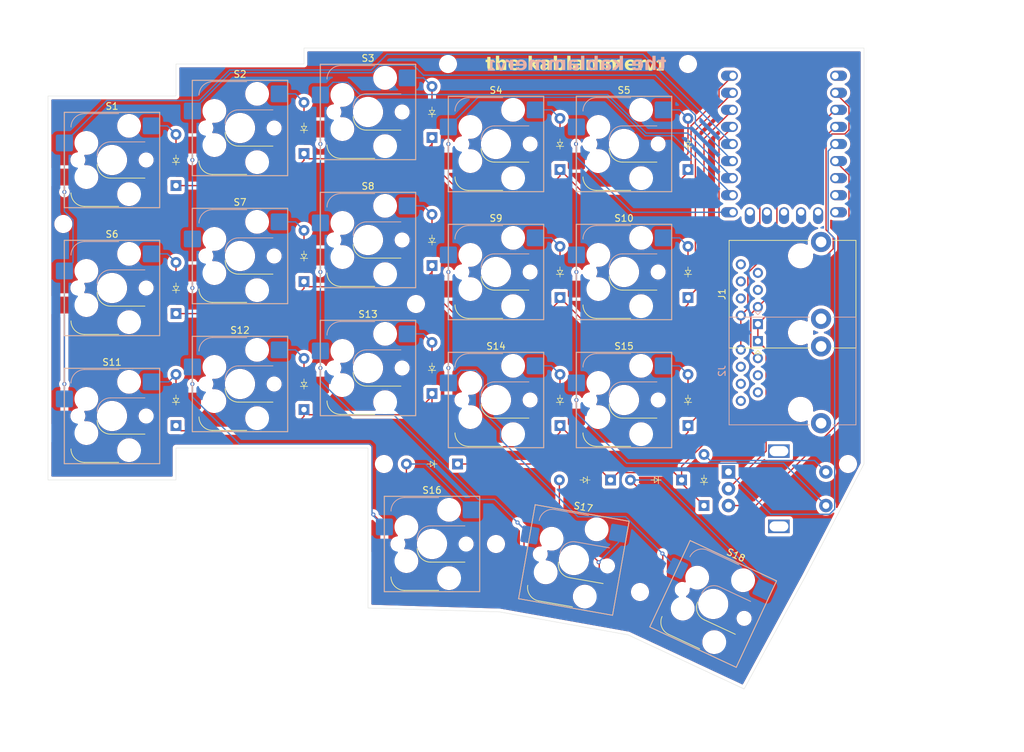
<source format=kicad_pcb>
(kicad_pcb (version 20241229) (generator "pcbnew") (generator_version "9.0")
  (layers (0 "F.Cu" signal) (2 "B.Cu" signal) (13 "F.Paste" user) (15 "B.Paste" user) (5 "F.SilkS" user "F.Silkscreen") (7 "B.SilkS" user "B.Silkscreen") (1 "F.Mask" user) (3 "B.Mask" user) (25 "Edge.Cuts" user))
  (net 0 "")
  (net 1 "Net-(D1-A)")
  (net 2 "Row 0")
  (net 3 "Net-(D2-A)")
  (net 4 "Net-(D3-A)")
  (net 5 "Net-(D4-A)")
  (net 6 "Net-(D5-A)")
  (net 7 "Net-(D6-A)")
  (net 8 "Row 1")
  (net 9 "Net-(D7-A)")
  (net 10 "Net-(D8-A)")
  (net 11 "Net-(D9-A)")
  (net 12 "Net-(D10-A)")
  (net 13 "Net-(D11-A)")
  (net 14 "Row 2")
  (net 15 "Net-(D12-A)")
  (net 16 "Net-(D13-A)")
  (net 17 "Net-(D14-A)")
  (net 18 "Net-(D15-A)")
  (net 19 "Net-(D16-A)")
  (net 20 "Row 3")
  (net 21 "Net-(D17-A)")
  (net 22 "Net-(D18-A)")
  (net 23 "Net-(D19-A)")
  (net 24 "Column 0")
  (net 25 "Column 1")
  (net 26 "Column 2")
  (net 27 "Column 3")
  (net 28 "Column 4")
  (net 29 "RotaryA")
  (net 30 "RotaryB")
  (net 31 "Ground")
  (net 32 "serial")
  (net 36 "3V3")
  (footprint "ScottoKeebs_Components:Diode_DO-35" (layer "F.Cu") (at 119.0625 41.91 90)
    (property "Reference" "D5" (hide yes))
    (property "Value" "Diode" (hide yes))
  )
  (footprint "ScottoKeebs_Scotto:Standoff_M2x8mm" (layer "F.Cu") (at 83.34375 26.19375)
    (property "Reference" "REF**" (hide yes))
    (property "Value" "Standoff_M2x8mm" (hide yes))
  )
  (footprint "ScottoKeebs_Hotswap:Hotswap_MX_1.00u_reversible" (layer "F.Cu") (at 71.4375 52.3875)
    (property "Reference" "S8")
    (property "Value" "Keyswitch")
  )
  (footprint "ScottoKeebs_Hotswap:Hotswap_MX_1.00u_reversible" (layer "F.Cu") (at 52.3875 54.76875)
    (property "Reference" "S7")
    (property "Value" "Keyswitch")
  )
  (footprint "ScottoKeebs_Hotswap:Hotswap_MX_1.00u_reversible" (layer "F.Cu") (at 109.5375 38.1)
    (property "Reference" "S5")
    (property "Value" "Keyswitch")
  )
  (footprint "ScottoKeebs_Components:Diode_DO-35" (layer "F.Cu") (at 80.9625 75.2475 90)
    (property "Reference" "D13" (hide yes))
    (property "Value" "Diode" (hide yes))
  )
  (footprint "ScottoKeebs_Scotto:Standoff_M2x8mm" (layer "F.Cu") (at 26.0875 50.00625)
    (property "Reference" "REF**" (hide yes))
    (property "Value" "Standoff_M2x8mm" (hide yes))
  )
  (footprint "ScottoKeebs_Components:Diode_DO-35" (layer "F.Cu") (at 118.11 88.10625 180)
    (property "Reference" "D18" (hide yes))
    (property "Value" "Diode" (hide yes))
  )
  (footprint "ScottoKeebs_Hotswap:Hotswap_MX_1.00u_reversible" (layer "F.Cu") (at 52.3875 35.71875)
    (property "Reference" "S2")
    (property "Value" "Keyswitch")
  )
  (footprint "ScottoKeebs_Components:Diode_DO-35" (layer "F.Cu") (at 100.0125 41.91 90)
    (property "Reference" "D4" (hide yes))
    (property "Value" "Diode" (hide yes))
  )
  (footprint "ScottoKeebs_Hotswap:Hotswap_MX_1.00u_reversible" (layer "F.Cu") (at 90.4875 38.1)
    (property "Reference" "S4")
    (property "Value" "Keyswitch")
  )
  (footprint "ScottoKeebs_Hotswap:Hotswap_MX_1.00u_reversible" (layer "F.Cu") (at 71.4375 33.3375)
    (property "Reference" "S3")
    (property "Value" "Keyswitch")
  )
  (footprint "ScottoKeebs_Scotto:Standoff_M2x8mm" (layer "F.Cu") (at 78.58125 61.9125)
    (property "Reference" "REF**" (hide yes))
    (property "Value" "Standoff_M2x8mm" (hide yes))
  )
  (footprint "ScottoKeebs_Hotswap:Hotswap_MX_1.00u_reversible" (layer "F.Cu") (at 90.4875 76.2)
    (property "Reference" "S14")
    (property "Value" "Keyswitch")
  )
  (footprint "ScottoKeebs_Hotswap:Hotswap_MX_1.00u_reversible" (layer "F.Cu") (at 33.3375 78.58125)
    (property "Reference" "S11")
    (property "Value" "Keyswitch")
  )
  (footprint "ScottoKeebs_Scotto:Standoff_M2x8mm" (layer "F.Cu") (at 142.875 85.725)
    (property "Reference" "REF**" (hide yes))
    (property "Value" "Standoff_M2x8mm" (hide yes))
  )
  (footprint "ScottoKeebs_Scotto:Standoff_M2x8mm" (layer "F.Cu") (at 111.91875 104.775)
    (property "Reference" "REF**" (hide yes))
    (property "Value" "Standoff_M2x8mm" (hide yes))
  )
  (footprint "ScottoKeebs_Components:Diode_DO-35" (layer "F.Cu") (at 80.9625 37.1475 90)
    (property "Reference" "D3" (hide yes))
    (property "Value" "Diode" (hide yes))
  )
  (footprint "ScottoKeebs_Scotto:Standoff_M2x8mm" (layer "F.Cu") (at 73.81875 85.725)
    (property "Reference" "REF**" (hide yes))
    (property "Value" "Standoff_M2x8mm" (hide yes))
  )
  (footprint "ScottoKeebs_Hotswap:Hotswap_MX_1.00u_reversible" (layer "F.Cu") (at 109.5375 57.15)
    (property "Reference" "S10")
    (property "Value" "Keyswitch")
  )
  (footprint "ScottoKeebs_Scotto:Standoff_M2x8mm" (layer "F.Cu") (at 90.4875 97.63125)
    (property "Reference" "REF**" (hide yes))
    (property "Value" "Standoff_M2x8mm" (hide yes))
  )
  (footprint "ScottoKeebs_Components:Diode_DO-35" (layer "F.Cu") (at 61.9125 77.62875 90)
    (property "Reference" "D12" (hide yes))
    (property "Value" "Diode" (hide yes))
  )
  (footprint "ScottoKeebs_Hotswap:Hotswap_MX_1.00u_reversible" (layer "F.Cu") (at 33.3375 59.53125)
    (property "Reference" "S6")
    (property "Value" "Keyswitch")
  )
  (footprint "ScottoKeebs_Components:Diode_DO-35" (layer "F.Cu") (at 42.8625 44.29125 90)
    (property "Reference" "D1" (hide yes))
    (property "Value" "Diode" (hide yes))
  )
  (footprint "ScottoKeebs_Components:Diode_DO-35" (layer "F.Cu") (at 119.0625 80.01 90)
    (property "Reference" "D15" (hide yes))
    (property "Value" "Diode" (hide yes))
  )
  (footprint "ScottoKeebs_Components:Diode_DO-35" (layer "F.Cu") (at 119.0625 60.96 90)
    (property "Reference" "D10" (hide yes))
    (property "Value" "Diode" (hide yes))
  )
  (footprint "ScottoKeebs_Hotswap:Hotswap_MX_1.00u_reversible" (layer "F.Cu") (at 109.5375 76.2)
    (property "Reference" "S15")
    (property "Value" "Keyswitch")
  )
  (footprint "ScottoKeebs_Scotto:Standoff_M2x8mm" (layer "F.Cu") (at 119.0625 26.19375)
    (property "Reference" "REF**" (hide yes))
    (property "Value" "Standoff_M2x8mm" (hide yes))
  )
  (footprint "ScottoKeebs_Components:Diode_DO-35" (layer "F.Cu") (at 42.8625 80.01 90)
    (property "Reference" "D11" (hide yes))
    (property "Value" "Diode" (hide yes))
  )
  (footprint "ScottoKeebs_Components:Diode_DO-35" (layer "F.Cu") (at 80.9625 56.1975 90)
    (property "Reference" "D8" (hide yes))
    (property "Value" "Diode" (hide yes))
  )
  (footprint "ScottoKeebs_Components:Diode_DO-35" (layer "F.Cu") (at 100.0125 80.01 90)
    (property "Reference" "D14" (hide yes))
    (property "Value" "Diode" (hide yes))
  )
  (footprint "ScottoKeebs_Components:Diode_DO-35" (layer "F.Cu") (at 100.0125 60.96 90)
    (property "Reference" "D9" (hide yes))
    (property "Value" "Diode" (hide yes))
  )
  (footprint "ScottoKeebs_Scotto:Encoder_EC11_MX" (layer "F.Cu") (at 132.588 89.408)
    (property "Reference" "SW1" (hide yes))
    (property "Value" "RotaryEncoder_Switch" (hide yes))
  )
  (footprint "ScottoKeebs_Hotswap:Hotswap_MX_1.00u_reversible" (layer "F.Cu") (at 52.3875 73.81875)
    (property "Reference" "S12")
    (property "Value" "Keyswitch")
  )
  (footprint "ScottoKeebs_Components:Diode_DO-35" (layer "F.Cu") (at 121.44375 91.91625 90)
    (property "Reference" "D19" (hide yes))
    (property "Value" "Diode" (hide yes))
  )
  (footprint "ScottoKeebs_Components:Diode_DO-35" (layer "F.Cu") (at 107.540249 88.10625 180)
    (property "Reference" "D17" (hide yes))
    (property "Value" "Diode" (hide yes))
  )
  (footprint "ScottoKeebs_Components:Diode_DO-35" (layer "F.Cu") (at 42.8625 63.34125 90)
    (property "Reference" "D6" (hide yes))
    (property "Value" "Diode" (hide yes))
  )
  (footprint "ScottoKeebs_Components:Diode_DO-35" (layer "F.Cu") (at 61.9125 58.57875 90)
    (property "Reference" "D7" (hide yes))
    (property "Value" "Diode" (hide yes))
  )
  (footprint "ScottoKeebs_Hotswap:Hotswap_MX_1.00u_reversible" (layer "F.Cu") (at 102.07625 100.0125 -10)
    (property "Reference" "S17")
    (property "Value" "Keyswitch")
  )
  (footprint "ScottoKeebs_Hotswap:Hotswap_MX_1.00u_reversible" (layer "F.Cu") (at 80.9625 97.63125)
    (property "Reference" "S16")
    (property "Value" "Keyswitch")
  )
  (footprint "ScottoKeebs_Hotswap:Hotswap_MX_1.00u_reversible" (layer "F.Cu") (at 122.809 106.553 -25)
    (property "Reference" "S18")
    (property "Value" "Keyswitch")
  )
  (footprint "ScottoKeebs_Components:Diode_DO-35" (layer "F.Cu") (at 61.9125 39.52875 90)
    (property "Reference" "D2" (hide yes))
    (property "Value" "Diode" (hide yes))
  )
  (footprint "ScottoKeebs_Hotswap:Hotswap_MX_1.00u_reversible" (layer "F.Cu") (at 33.3375 40.48125)
    (property "Reference" "S1")
    (property "Value" "Keyswitch")
  )
  (footprint "Connector_RJ:RJ45_Ninigi_GE" (layer "F.Cu") (at 129.465 64.897 90)
    (property "Reference" "J1")
    (property "Value" "RJ45_Shielded_left")
  )
  (footprint "ScottoKeebs_Hotswap:Hotswap_MX_1.00u_reversible" (layer "F.Cu") (at 90.4875 57.15)
    (property "Reference" "S9")
    (property "Value" "Keyswitch")
  )
  (footprint "ScottoKeebs_Components:Diode_DO-35" (layer "F.Cu") (at 84.7725 85.725 180)
    (property "Reference" "D16" (hide yes))
    (property "Value" "Diode" (hide yes))
  )
  (footprint "ScottoKeebs_Hotswap:Hotswap_MX_1.00u_reversible" (layer "F.Cu") (at 71.4375 71.4375)
    (property "Reference" "S13")
    (property "Value" "Keyswitch")
  )
  (footprint "ScottoKeebs_MCU:RP2040_Zero" (layer "B.Cu") (at 133.35 38.1 180)
    (property "Reference" "U2" (hide yes))
    (property "Value" "RP2040_Zero" (hide yes))
  )
  (footprint "Connector_RJ:RJ45_Ninigi_GE" (layer "B.Cu") (at 129.465 67.437 -90)
    (property "Reference" "J2")
    (property "Value" "RJ45_Shielded_right")
  )
  (gr_poly (pts (xy 23.8125 88.10625) (xy 42.8625 88.10625) (xy 42.8625 83.34375) (xy 71.4375 83.34375) (xy 71.4375 107.15625) (xy 91.041957 107.738795) (xy 110.150979 111.160143) (xy 127.416143 119.211021) (xy 136.483021 102.549107) (xy 145.25625 85.725) (xy 145.25625 23.8125) (xy 61.9125 23.8125) (xy 61.9125 26.19375) (xy 42.8625 26.19375) (xy 42.8625 30.95625) (xy 23.8125 30.95625)) (stroke (width 0.05)) (fill no) (layer "Edge.Cuts"))
  (gr_text "the kablammer" (at 88.9 27.432 0) (layer "F.SilkS") (effects (font (size 2 2) (thickness 0.3) (bold yes)) (justify left bottom)))
  (gr_text "v1" (at 112.776 27.432 0) (layer "F.SilkS") (effects (font (size 1.5 1.5) (thickness 0.3) (bold yes)) (justify left bottom)))
  (gr_text "v1" (at 91.948 27.432 -0) (layer "B.SilkS") (effects (font (size 1.5 1.5) (thickness 0.3) (bold yes)) (justify left bottom mirror)))
  (gr_text "the kablammer" (at 115.824 27.432 -0) (layer "B.SilkS") (effects (font (size 2 2) (thickness 0.3) (bold yes)) (justify left bottom mirror)))
  (segment (start 42.8625 41.87825) (end 42.8625 36.67125) (width 0.2) (layer "F.Cu") (net 1))
  (segment (start 39.1795 45.56125) (end 42.8625 41.87825) (width 0.2) (layer "F.Cu") (net 1))
  (segment (start 41.5925 35.40125) (end 42.8625 36.67125) (width 0.2) (layer "B.Cu") (net 1))
  (segment (start 39.1795 35.40125) (end 41.5925 35.40125) (width 0.2) (layer "B.Cu") (net 1))
  (segment (start 119.51855 41.45395) (end 119.51855 35.391) (width 0.2) (layer "F.Cu") (net 2))
  (segment (start 123.679 29.991) (end 125.73 27.94) (width 0.2) (layer "F.Cu") (net 2))
  (segment (start 85.00734 45.056) (end 97.819 45.056) (width 0.2) (layer "F.Cu") (net 2))
  (segment (start 100.0125 41.91) (end 103.1585 45.056) (width 0.2) (layer "F.Cu") (net 2))
  (segment (start 78.769 40.2935) (end 80.9625 38.1) (width 0.2) (layer "F.Cu") (net 2))
  (segment (start 97.819 45.056) (end 100.0125 42.8625) (width 0.2) (layer "F.Cu") (net 2))
  (segment (start 58.15 44.29125) (end 61.9125 40.52875) (width 0.2) (layer "F.Cu") (net 2))
  (segment (start 61.9125 40.52875) (end 61.9125 39.52875) (width 0.2) (layer "F.Cu") (net 2))
  (segment (start 119.51855 35.391) (end 123.679 31.23055) (width 0.2) (layer "F.Cu") (net 2))
  (segment (start 62.67725 40.2935) (end 78.769 40.2935) (width 0.2) (layer "F.Cu") (net 2))
  (segment (start 80.9625 38.1) (end 80.9625 37.1475) (width 0.2) (layer "F.Cu") (net 2))
  (segment (start 116.31466 45.056) (end 119.0625 42.30816) (width 0.2) (layer "F.Cu") (net 2))
  (segment (start 61.9125 39.52875) (end 62.67725 40.2935) (width 0.2) (layer "F.Cu") (net 2))
  (segment (start 100.0125 42.8625) (end 100.0125 41.91) (width 0.2) (layer "F.Cu") (net 2))
  (segment (start 119.0625 42.30816) (end 119.0625 41.91) (width 0.2) (layer "F.Cu") (net 2))
  (segment (start 119.0625 41.91) (end 119.51855 41.45395) (width 0.2) (layer "F.Cu") (net 2))
  (segment (start 80.9625 41.01116) (end 85.00734 45.056) (width 0.2) (layer "F.Cu") (net 2))
  (segment (start 103.1585 45.056) (end 116.31466 45.056) (width 0.2) (layer "F.Cu") (net 2))
  (segment (start 42.8625 44.29125) (end 58.15 44.29125) (width 0.2) (layer "F.Cu") (net 2))
  (segment (start 80.9625 37.1475) (end 80.9625 41.01116) (width 0.2) (layer "F.Cu") (net 2))
  (segment (start 123.679 31.23055) (end 123.679 29.991) (width 0.2) (layer "F.Cu") (net 2))
  (segment (start 58.2295 40.79875) (end 61.9125 37.11575) (width 0.2) (layer "F.Cu") (net 3))
  (segment (start 61.9125 37.11575) (end 61.9125 31.90875) (width 0.2) (layer "F.Cu") (net 3))
  (segment (start 60.6425 30.63875) (end 61.9125 31.90875) (width 0.2) (layer "B.Cu") (net 3))
  (segment (start 58.2295 30.63875) (end 60.6425 30.63875) (width 0.2) (layer "B.Cu") (net 3))
  (segment (start 77.2795 38.4175) (end 80.9625 34.7345) (width 0.2) (layer "F.Cu") (net 4))
  (segment (start 80.9625 34.7345) (end 80.9625 29.5275) (width 0.2) (layer "F.Cu") (net 4))
  (segment (start 79.6925 28.2575) (end 80.9625 29.5275) (width 0.2) (layer "B.Cu") (net 4))
  (segment (start 77.2795 28.2575) (end 79.6925 28.2575) (width 0.2) (layer "B.Cu") (net 4))
  (segment (start 100.0125 39.497) (end 100.0125 34.29) (width 0.2) (layer "F.Cu") (net 5))
  (segment (start 96.3295 43.18) (end 100.0125 39.497) (width 0.2) (layer "F.Cu") (net 5))
  (segment (start 96.3295 33.02) (end 98.7425 33.02) (width 0.2) (layer "B.Cu") (net 5))
  (segment (start 98.7425 33.02) (end 100.0125 34.29) (width 0.2) (layer "B.Cu") (net 5))
  (segment (start 115.3795 43.18) (end 119.0625 39.497) (width 0.2) (layer "F.Cu") (net 6))
  (segment (start 119.0625 39.497) (end 119.0625 34.29) (width 0.2) (layer "F.Cu") (net 6))
  (segment (start 115.3795 33.02) (end 117.7925 33.02) (width 0.2) (layer "B.Cu") (net 6))
  (segment (start 117.7925 33.02) (end 119.0625 34.29) (width 0.2) (layer "B.Cu") (net 6))
  (segment (start 42.8625 60.92825) (end 42.8625 55.72125) (width 0.2) (layer "F.Cu") (net 7))
  (segment (start 39.1795 64.61125) (end 42.8625 60.92825) (width 0.2) (layer "F.Cu") (net 7))
  (segment (start 39.1795 54.45125) (end 41.5925 54.45125) (width 0.2) (layer "B.Cu") (net 7))
  (segment (start 41.5925 54.45125) (end 42.8625 55.72125) (width 0.2) (layer "B.Cu") (net 7))
  (segment (start 80.9625 56.1975) (end 80.9625 60.06116) (width 0.2) (layer "F.Cu") (net 8))
  (segment (start 119.0625 60.96) (end 119.0625 61.96) (width 0.2) (layer "F.Cu") (net 8))
  (segment (start 97.26466 64.106) (end 100.0125 61.35816) (width 0.2) (layer "F.Cu") (net 8))
  (segment (start 58.15 63.34125) (end 61.9125 59.57875) (width 0.2) (layer "F.Cu") (net 8))
  (segment (start 116.72875 64.29375) (end 103.34625 64.29375) (width 0.2) (layer "F.Cu") (net 8))
  (segment (start 120.1635 36.0465) (end 125.73 30.48) (width 0.2) (layer "F.Cu") (net 8))
  (segment (start 80.9625 60.06116) (end 85.00734 64.106) (width 0.2) (layer "F.Cu") (net 8))
  (segment (start 119.0625 60.96) (end 120.1635 59.859) (width 0.2) (layer "F.Cu") (net 8))
  (segment (start 100.0125 61.35816) (end 100.0125 60.96) (width 0.2) (layer "F.Cu") (net 8))
  (segment (start 61.9125 58.57875) (end 62.67725 59.3435) (width 0.2) (layer "F.Cu") (net 8))
  (segment (start 119.0625 61.96) (end 116.72875 64.29375) (width 0.2) (layer "F.Cu") (net 8))
  (segment (start 80.9625 57.15) (end 80.9625 56.1975) (width 0.2) (layer "F.Cu") (net 8))
  (segment (start 78.769 59.3435) (end 80.9625 57.15) (width 0.2) (layer "F.Cu") (net 8))
  (segment (start 103.34625 64.29375) (end 100.0125 60.96) (width 0.2) (layer "F.Cu") (net 8))
  (segment (start 120.1635 59.859) (end 120.1635 36.0465) (width 0.2) (layer "F.Cu") (net 8))
  (segment (start 61.9125 59.57875) (end 61.9125 58.57875) (width 0.2) (layer "F.Cu") (net 8))
  (segment (start 85.00734 64.106) (end 97.26466 64.106) (width 0.2) (layer "F.Cu") (net 8))
  (segment (start 62.67725 59.3435) (end 78.769 59.3435) (width 0.2) (layer "F.Cu") (net 8))
  (segment (start 42.8625 63.34125) (end 58.15 63.34125) (width 0.2) (layer "F.Cu") (net 8))
  (segment (start 61.9125 56.16575) (end 61.9125 50.95875) (width 0.2) (layer "F.Cu") (net 9))
  (segment (start 58.2295 59.84875) (end 61.9125 56.16575) (width 0.2) (layer "F.Cu") (net 9))
  (segment (start 58.2295 49.68875) (end 60.6425 49.68875) (width 0.2) (layer "B.Cu") (net 9))
  (segment (start 60.6425 49.68875) (end 61.9125 50.95875) (width 0.2) (layer "B.Cu") (net 9))
  (segment (start 80.9625 53.7845) (end 80.9625 48.5775) (width 0.2) (layer "F.Cu") (net 10))
  (segment (start 77.2795 57.4675) (end 80.9625 53.7845) (width 0.2) (layer "F.Cu") (net 10))
  (segment (start 79.6925 47.3075) (end 80.9625 48.5775) (width 0.2) (layer "B.Cu") (net 10))
  (segment (start 77.2795 47.3075) (end 79.6925 47.3075) (width 0.2) (layer "B.Cu") (net 10))
  (segment (start 100.0125 58.547) (end 100.0125 53.34) (width 0.2) (layer "F.Cu") (net 11))
  (segment (start 96.3295 62.23) (end 100.0125 58.547) (width 0.2) (layer "F.Cu") (net 11))
  (segment (start 98.7425 52.07) (end 100.0125 53.34) (width 0.2) (layer "B.Cu") (net 11))
  (segment (start 96.3295 52.07) (end 98.7425 52.07) (width 0.2) (layer "B.Cu") (net 11))
  (segment (start 115.3795 62.23) (end 119.0625 58.547) (width 0.2) (layer "F.Cu") (net 12))
  (segment (start 119.0625 58.547) (end 119.0625 53.34) (width 0.2) (layer "F.Cu") (net 12))
  (segment (start 115.3795 52.07) (end 117.7925 52.07) (width 0.2) (layer "B.Cu") (net 12))
  (segment (start 117.7925 52.07) (end 119.0625 53.34) (width 0.2) (layer "B.Cu") (net 12))
  (segment (start 42.8625 75.870076) (end 42.8625 72.39) (width 0.2) (layer "F.Cu") (net 13))
  (segment (start 39.1795 79.553076) (end 42.8625 75.870076) (width 0.2) (layer "F.Cu") (net 13))
  (segment (start 39.1795 83.66125) (end 39.1795 79.553076) (width 0.2) (layer "F.Cu") (net 13))
  (segment (start 41.75125 73.50125) (end 42.8625 72.39) (width 0.2) (layer "B.Cu") (net 13))
  (segment (start 39.1795 73.50125) (end 41.75125 73.50125) (width 0.2) (layer "B.Cu") (net 13))
  (segment (start 62.67725 78.3935) (end 78.21466 78.3935) (width 0.2) (layer "F.Cu") (net 14))
  (segment (start 42.8625 80.01) (end 43.62725 80.77475) (width 0.2) (layer "F.Cu") (net 14))
  (segment (start 43.62725 80.77475) (end 59.7665 80.77475) (width 0.2) (layer "F.Cu") (net 14))
  (segment (start 61.9125 78.62875) (end 61.9125 77.62875) (width 0.2) (layer "F.Cu") (net 14))
  (segment (start 97.8665 83.156) (end 100.0125 81.01) (width 0.2) (layer "F.Cu") (net 14))
  (segment (start 80.9625 75.2475) (end 80.9625 79.11116) (width 0.2) (layer "F.Cu") (net 14))
  (segment (start 116.9165 83.156) (end 119.0625 81.01) (width 0.2) (layer "F.Cu") (net 14))
  (segment (start 125.73 33.02) (end 121.44375 37.30625) (width 0.2) (layer "F.Cu") (net 14))
  (segment (start 59.7665 80.77475) (end 61.9125 78.62875) (width 0.2) (layer "F.Cu") (net 14))
  (segment (start 100.0125 81.01) (end 100.0125 80.01) (width 0.2) (layer "F.Cu") (net 14))
  (segment (start 61.9125 77.62875) (end 62.67725 78.3935) (width 0.2) (layer "F.Cu") (net 14))
  (segment (start 80.9625 79.11116) (end 85.00734 83.156) (width 0.2) (layer "F.Cu") (net 14))
  (segment (start 100.0125 80.01) (end 103.1585 83.156) (width 0.2) (layer "F.Cu") (net 14))
  (segment (start 85.00734 83.156) (end 97.8665 83.156) (width 0.2) (layer "F.Cu") (net 14))
  (segment (start 119.0625 81.01) (end 119.0625 80.01) (width 0.2) (layer "F.Cu") (net 14))
  (segment (start 121.44375 37.30625) (end 121.44375 77.62875) (width 0.2) (layer "F.Cu") (net 14))
  (segment (start 121.44375 77.62875) (end 119.0625 80.01) (width 0.2) (layer "F.Cu") (net 14))
  (segment (start 78.21466 78.3935) (end 80.9625 75.64566) (width 0.2) (layer "F.Cu") (net 14))
  (segment (start 103.1585 83.156) (end 116.9165 83.156) (width 0.2) (layer "F.Cu") (net 14))
  (segment (start 80.9625 75.64566) (end 80.9625 75.2475) (width 0.2) (layer "F.Cu") (net 14))
  (segment (start 61.9125 75.21575) (end 61.9125 70.00875) (width 0.2) (layer "F.Cu") (net 15))
  (segment (start 58.2295 78.89875) (end 61.9125 75.21575) (width 0.2) (layer "F.Cu") (net 15))
  (segment (start 60.6425 68.73875) (end 61.9125 70.00875) (width 0.2) (layer "B.Cu") (net 15))
  (segment (start 58.2295 68.73875) (end 60.6425 68.73875) (width 0.2) (layer "B.Cu") (net 15))
  (segment (start 80.9625 72.8345) (end 80.9625 67.6275) (width 0.2) (layer "F.Cu") (net 16))
  (segment (start 77.2795 76.5175) (end 80.9625 72.8345) (width 0.2) (layer "F.Cu") (net 16))
  (segment (start 77.2795 66.3575) (end 79.6925 66.3575) (width 0.2) (layer "B.Cu") (net 16))
  (segment (start 79.6925 66.3575) (end 80.9625 67.6275) (width 0.2) (layer "B.Cu") (net 16))
  (segment (start 96.3295 81.28) (end 100.0125 77.597) (width 0.2) (layer "F.Cu") (net 17))
  (segment (start 100.0125 77.597) (end 100.0125 72.39) (width 0.2) (layer "F.Cu") (net 17))
  (segment (start 96.3295 71.12) (end 98.7425 71.12) (width 0.2) (layer "B.Cu") (net 17))
  (segment (start 98.7425 71.12) (end 100.0125 72.39) (width 0.2) (layer "B.Cu") (net 17))
  (segment (start 119.0625 77.597) (end 119.0625 72.39) (width 0.2) (layer "F.Cu") (net 18))
  (segment (start 115.3795 81.28) (end 119.0625 77.597) (width 0.2) (layer "F.Cu") (net 18))
  (segment (start 117.7925 71.12) (end 119.0625 72.39) (width 0.2) (layer "B.Cu") (net 18))
  (segment (start 115.3795 71.12) (end 117.7925 71.12) (width 0.2) (layer "B.Cu") (net 18))
  (segment (start 86.8045 100.148434) (end 86.8045 102.71125) (width 0.2) (layer "F.Cu") (net 19))
  (segment (start 77.1525 85.725) (end 77.1525 90.496434) (width 0.2) (layer "F.Cu") (net 19))
  (segment (start 77.1525 90.496434) (end 86.8045 100.148434) (width 0.2) (layer "F.Cu") (net 19))
  (segment (start 79.97825 85.725) (end 77.1525 85.725) (width 0.2) (layer "B.Cu") (net 19))
  (segment (start 86.8045 92.55125) (end 79.97825 85.725) (width 0.2) (layer "B.Cu") (net 19))
  (segment (start 108.641249 87.00525) (end 117.009 87.00525) (width 0.2) (layer "F.Cu") (net 20))
  (segment (start 118.11 88.5825) (end 118.11 88.10625) (width 0.2) (layer "F.Cu") (net 20))
  (segment (start 105.158999 85.725) (end 107.540249 88.10625) (width 0.2) (layer "F.Cu") (net 20))
  (segment (start 117.009 87.00525) (end 118.11 88.10625) (width 0.2) (layer "F.Cu") (net 20))
  (segment (start 118.11 88.10625) (end 118.11 86.07295) (width 0.2) (layer "F.Cu") (net 20))
  (segment (start 123.679 80.50395) (end 123.679 37.611) (width 0.2) (layer "F.Cu") (net 20))
  (segment (start 121.44375 91.91625) (end 118.11 88.5825) (width 0.2) (layer "F.Cu") (net 20))
  (segment (start 123.679 37.611) (end 125.73 35.56) (width 0.2) (layer "F.Cu") (net 20))
  (segment (start 107.540249 88.10625) (end 108.641249 87.00525) (width 0.2) (layer "F.Cu") (net 20))
  (segment (start 118.11 86.07295) (end 123.679 80.50395) (width 0.2) (layer "F.Cu") (net 20))
  (segment (start 84.7725 85.725) (end 105.158999 85.725) (width 0.2) (layer "F.Cu") (net 20))
  (segment (start 105.853073 104.935485) (end 106.947364 106.029776) (width 0.2) (layer "F.Cu") (net 21))
  (segment (start 99.920249 94.453983) (end 105.853073 100.386807) (width 0.2) (layer "F.Cu") (net 21))
  (segment (start 99.920249 88.10625) (end 99.920249 94.453983) (width 0.2) (layer "F.Cu") (net 21))
  (segment (start 105.853073 100.386807) (end 105.853073 104.935485) (width 0.2) (layer "F.Cu") (net 21))
  (via (at 105.762544 100.349309) (size 0.6) (drill 0.3) (layers "F.Cu" "B.Cu") (net 21))
  (segment (start 108.71163 96.024129) (end 108.71163 97.400223) (width 0.2) (layer "B.Cu") (net 21))
  (segment (start 108.71163 97.400223) (end 105.762544 100.349309) (width 0.2) (layer "B.Cu") (net 21))
  (segment (start 125.16 112.82923) (end 125.956749 113.625979) (width 0.2) (layer "F.Cu") (net 22))
  (segment (start 110.49 88.10625) (end 125.16 102.77625) (width 0.2) (layer "F.Cu") (net 22))
  (segment (start 125.16 102.77625) (end 125.16 112.82923) (width 0.2) (layer "F.Cu") (net 22))
  (segment (start 114.994831 88.10625) (end 110.49 88.10625) (width 0.2) (layer "B.Cu") (net 22))
  (segment (start 130.250551 104.417892) (end 130.250551 103.36197) (width 0.2) (layer "B.Cu") (net 22))
  (segment (start 130.250551 103.36197) (end 114.994831 88.10625) (width 0.2) (layer "B.Cu") (net 22))
  (segment (start 122.3535 85.206) (end 121.44375 84.29625) (width 0.2) (layer "B.Cu") (net 23))
  (segment (start 137.886 85.206) (end 122.3535 85.206) (width 0.2) (layer "B.Cu") (net 23))
  (segment (start 139.588 86.908) (end 137.886 85.206) (width 0.2) (layer "B.Cu") (net 23))
  (segment (start 26.2525 62.07125) (end 26.2525 73.81875) (width 0.2) (layer "F.Cu") (net 24))
  (segment (start 26.2525 43.02125) (end 26.2525 45.24375) (width 0.2) (layer "F.Cu") (net 24))
  (segment (start 26.2525 81.12125) (end 26.2525 73.81875) (width 0.2) (layer "F.Cu") (net 24))
  (via (at 26.2525 45.24375) (size 0.6) (drill 0.3) (layers "F.Cu" "B.Cu") (net 24))
  (via (at 26.2525 73.81875) (size 0.6) (drill 0.3) (layers "F.Cu" "B.Cu") (net 24))
  (segment (start 26.2525 48.119226) (end 27.5385 49.405226) (width 0.2) (layer "B.Cu") (net 24))
  (segment (start 32.566 31.62775) (end 26.2525 37.94125) (width 0.2) (layer "B.Cu") (net 24))
  (segment (start 46.2864 31.62775) (end 32.566 31.62775) (width 0.2) (layer "B.Cu") (net 24))
  (segment (start 26.2525 73.81875) (end 26.2525 76.04125) (width 0.2) (layer "B.Cu") (net 24))
  (segment (start 26.2525 56.99125) (end 26.2525 73.81875) (width 0.2) (layer "B.Cu") (net 24))
  (segment (start 71.9354 27.079435) (end 50.834715 27.079435) (width 0.2) (layer "B.Cu") (net 24))
  (segment (start 112.37275 24.74275) (end 74.272085 24.74275) (width 0.2) (layer "B.Cu") (net 24))
  (segment (start 125.73 38.1) (end 112.37275 24.74275) (width 0.2) (layer "B.Cu") (net 24))
  (segment (start 27.5385 49.405226) (end 27.5385 55.70525) (width 0.2) (layer "B.Cu") (net 24))
  (segment (start 27.5385 55.70525) (end 26.2525 56.99125) (width 0.2) (layer "B.Cu") (net 24))
  (segment (start 26.2525 45.24375) (end 26.2525 48.119226) (width 0.2) (layer "B.Cu") (net 24))
  (segment (start 74.272085 24.74275) (end 71.9354 27.079435) (width 0.2) (layer "B.Cu") (net 24))
  (segment (start 50.834715 27.079435) (end 46.2864 31.62775) (width 0.2) (layer "B.Cu") (net 24))
  (segment (start 26.2525 37.94125) (end 26.2525 45.24375) (width 0.2) (layer "B.Cu") (net 24))
  (segment (start 45.3025 76.35875) (end 45.3025 73.81875) (width 0.2) (layer "F.Cu") (net 25))
  (segment (start 45.3025 57.30875) (end 45.3025 59.53125) (width 0.2) (layer "F.Cu") (net 25))
  (segment (start 73.8775 100.17125) (end 73.8775 94.89225) (width 0.2) (layer "F.Cu") (net 25))
  (segment (start 73.8775 94.89225) (end 72.2375 93.25225) (width 0.2) (layer "F.Cu") (net 25))
  (segment (start 45.3025 38.25875) (end 45.3025 40.48125) (width 0.2) (layer "F.Cu") (net 25))
  (via (at 45.3025 40.48125) (size 0.6) (drill 0.3) (layers "F.Cu" "B.Cu") (net 25))
  (via (at 45.3025 73.81875) (size 0.6) (drill 0.3) (layers "F.Cu" "B.Cu") (net 25))
  (via (at 45.3025 59.53125) (size 0.6) (drill 0.3) (layers "F.Cu" "B.Cu") (net 25))
  (via (at 72.2375 93.25225) (size 0.6) (drill 0.3) (layers "F.Cu" "B.Cu") (net 25))
  (segment (start 71.686442 82.74275) (end 72.0385 83.094808) (width 0.2) (layer "B.Cu") (net 25))
  (segment (start 45.3025 52.22875) (end 45.3025 40.48125) (width 0.2) (layer "B.Cu") (net 25))
  (segment (start 72.1015 27.480435) (end 51.000815 27.480435) (width 0.2) (layer "B.Cu") (net 25))
  (segment (start 120.1635 33.83395) (end 114.18605 27.8565) (width 0.2) (layer "B.Cu") (net 25))
  (segment (start 79.68966 27.8565) (end 78.21466 26.3815) (width 0.2) (layer "B.Cu") (net 25))
  (segment (start 45.3025 71.27875) (end 45.3025 59.53125) (width 0.2) (layer "B.Cu") (net 25))
  (segment (start 45.3025 40.48125) (end 45.3025 33.17875) (width 0.2) (layer "B.Cu") (net 25))
  (segment (start 72.0385 93.25225) (end 73.8775 95.09125) (width 0.2) (layer "B.Cu") (net 25))
  (segment (start 120.1635 35.0735) (end 120.1635 33.83395) (width 0.2) (layer "B.Cu") (net 25))
  (segment (start 72.0385 83.094808) (end 72.0385 93.25225) (width 0.2) (layer "B.Cu") (net 25))
  (segment (start 45.3025 73.81875) (end 45.3025 75.736815) (width 0.2) (layer "B.Cu") (net 25))
  (segment (start 114.18605 27.8565) (end 79.68966 27.8565) (width 0.2) (layer "B.Cu") (net 25))
  (segment (start 51.000815 27.480435) (end 45.3025 33.17875) (width 0.2) (layer "B.Cu") (net 25))
  (segment (start 45.3025 75.736815) (end 52.308435 82.74275) (width 0.2) (layer "B.Cu") (net 25))
  (segment (start 73.200435 26.3815) (end 72.1015 27.480435) (width 0.2) (layer "B.Cu") (net 25))
  (segment (start 45.3025 59.53125) (end 45.3025 52.22875) (width 0.2) (layer "B.Cu") (net 25))
  (segment (start 45.3025 71.27875) (end 45.3025 73.81875) (width 0.2) (layer "B.Cu") (net 25))
  (segment (start 125.73 40.64) (end 120.1635 35.0735) (width 0.2) (layer "B.Cu") (net 25))
  (segment (start 52.308435 82.74275) (end 71.686442 82.74275) (width 0.2) (layer "B.Cu") (net 25))
  (segment (start 78.21466 26.3815) (end 73.200435 26.3815) (width 0.2) (layer "B.Cu") (net 25))
  (segment (start 94.657821 101.283614) (end 94.657821 95.398659) (width 0.2) (layer "F.Cu") (net 26))
  (segment (start 64.3525 35.8775) (end 64.3525 38.1) (width 0.2) (layer "F.Cu") (net 26))
  (segment (start 94.657821 95.398659) (end 93.688956 94.429794) (width 0.2) (layer "F.Cu") (net 26))
  (segment (start 64.3525 73.9775) (end 64.3525 71.4375) (width 0.2) (layer "F.Cu") (net 26))
  (segment (start 64.3525 54.9275) (end 64.3525 57.15) (width 0.2) (layer "F.Cu") (net 26))
  (via (at 64.3525 38.1) (size 0.6) (drill 0.3) (layers "F.Cu" "B.Cu") (net 26))
  (via (at 93.688956 94.429794) (size 0.6) (drill 0.3) (layers "F.Cu" "B.Cu") (net 26))
  (via (at 64.3525 57.15) (size 0.6) (drill 0.3) (layers "F.Cu" "B.Cu") (net 26))
  (via (at 64.3525 71.4375) (size 0.6) (drill 0.3) (layers "F.Cu" "B.Cu") (net 26))
  (segment (start 87.84575 91.00025) (end 90.259412 91.00025) (width 0.2) (layer "B.Cu") (net 26))
  (segment (start 112.839426 36.473) (end 107.109426 30.743) (width 0.2) (layer "B.Cu") (net 26))
  (segment (start 64.3525 38.1) (end 64.3525 49.8475) (width 0.2) (layer "B.Cu") (net 26))
  (segment (start 64.3525 73.355565) (end 69.390435 78.3935) (width 0.2) (layer "B.Cu") (net 26))
  (segment (start 93.688956 94.429794) (end 95.539953 96.280791) (width 0.2) (layer "B.Cu") (net 26))
  (segment (start 90.259412 91.00025) (end 93.688956 94.429794) (width 0.2) (layer "B.Cu") (net 26))
  (segment (start 68.404565 28.9215) (end 66.2285 28.9215) (width 0.2) (layer "B.Cu") (net 26))
  (segment (start 125.73 43.18) (end 119.023 36.473) (width 0.2) (layer "B.Cu") (net 26))
  (segment (start 64.3525 30.7975) (end 64.3525 38.1) (width 0.2) (layer "B.Cu") (net 26))
  (segment (start 119.023 36.473) (end 112.839426 36.473) (width 0.2) (layer "B.Cu") (net 26))
  (segment (start 70.226065 30.743) (end 68.404565 28.9215) (width 0.2) (layer "B.Cu") (net 26))
  (segment (start 66.2285 28.9215) (end 64.3525 30.7975) (width 0.2) (layer "B.Cu") (net 26))
  (segment (start 64.3525 49.8475) (end 64.3525 57.15) (width 0.2) (layer "B.Cu") (net 26))
  (segment (start 64.3525 71.4375) (end 64.3525 73.355565) (width 0.2) (layer "B.Cu") (net 26))
  (segment (start 64.3525 57.15) (end 64.3525 68.8975) (width 0.2) (layer "B.Cu") (net 26))
  (segment (start 107.109426 30.743) (end 70.226065 30.743) (width 0.2) (layer "B.Cu") (net 26))
  (segment (start 69.390435 78.3935) (end 75.239 78.3935) (width 0.2) (layer "B.Cu") (net 26))
  (segment (start 64.3525 68.8975) (end 64.3525 71.4375) (width 0.2) (layer "B.Cu") (net 26))
  (segment (start 75.239 78.3935) (end 87.84575 91.00025) (width 0.2) (layer "B.Cu") (net 26))
  (segment (start 83.4025 40.64) (end 83.4025 38.1) (width 0.2) (layer "F.Cu") (net 27))
  (segment (start 115.314359 105.860771) (end 115.314359 99.109827) (width 0.2) (layer "F.Cu") (net 27))
  (segment (start 83.4025 59.69) (end 83.4025 57.15) (width 0.2) (layer "F.Cu") (net 27))
  (segment (start 115.314359 99.109827) (end 115.258516 99.053984) (width 0.2) (layer "F.Cu") (net 27))
  (segment (start 83.4025 78.74) (end 83.4025 71.4375) (width 0.2) (layer "F.Cu") (net 27))
  (via (at 83.4025 38.1) (size 0.6) (drill 0.3) (layers "F.Cu" "B.Cu") (net 27))
  (via (at 83.4025 71.4375) (size 0.6) (drill 0.3) (layers "F.Cu" "B.Cu") (net 27))
  (via (at 83.4025 57.15) (size 0.6) (drill 0.3) (layers "F.Cu" "B.Cu") (net 27))
  (via (at 115.258516 99.053984) (size 0.6) (drill 0.3) (layers "F.Cu" "B.Cu") (net 27))
  (segment (start 91.1515 82.057065) (end 102.669178 93.574743) (width 0.2) (layer "B.Cu") (net 27))
  (segment (start 88.5535 72.882935) (end 88.5535 74.437065) (width 0.2) (layer "B.Cu") (net 27))
  (segment (start 83.4025 71.4375) (end 83.4025 73.66) (width 0.2) (layer "B.Cu") (net 27))
  (segment (start 87.8185 31.144) (end 83.4025 35.56) (width 0.2) (layer "B.Cu") (net 27))
  (segment (start 106.943326 31.144) (end 87.8185 31.144) (width 0.2) (layer "B.Cu") (net 27))
  (segment (start 91.1515 80.502935) (end 91.1515 82.057065) (width 0.2) (layer "B.Cu") (net 27))
  (segment (start 88.10625 77.457685) (end 91.1515 80.502935) (width 0.2) (layer "B.Cu") (net 27))
  (segment (start 83.4025 73.66) (end 85.2785 71.784) (width 0.2) (layer "B.Cu") (net 27))
  (segment (start 88.5535 74.437065) (end 88.10625 74.884315) (width 0.2) (layer "B.Cu") (net 27))
  (segment (start 115.258516 99.053984) (end 117.46126 101.256728) (width 0.2) (layer "B.Cu") (net 27))
  (segment (start 112.673326 36.874) (end 106.943326 31.144) (width 0.2) (layer "B.Cu") (net 27))
  (segment (start 102.669178 93.574743) (end 109.779275 93.574743) (width 0.2) (layer "B.Cu") (net 27))
  (segment (start 116.884 36.874) (end 112.673326 36.874) (width 0.2) (layer "B.Cu") (net 27))
  (segment (start 87.454565 71.784) (end 88.5535 72.882935) (width 0.2) (layer "B.Cu") (net 27))
  (segment (start 83.4025 54.61) (end 83.4025 57.15) (width 0.2) (layer "B.Cu") (net 27))
  (segment (start 88.10625 74.884315) (end 88.10625 77.457685) (width 0.2) (layer "B.Cu") (net 27))
  (segment (start 109.779275 93.574743) (end 115.258516 99.053984) (width 0.2) (layer "B.Cu") (net 27))
  (segment (start 85.2785 71.784) (end 87.454565 71.784) (width 0.2) (layer "B.Cu") (net 27))
  (segment (start 83.4025 38.1) (end 83.4025 54.61) (width 0.2) (layer "B.Cu") (net 27))
  (segment (start 125.73 45.72) (end 116.884 36.874) (width 0.2) (layer "B.Cu") (net 27))
  (segment (start 83.4025 57.15) (end 83.4025 71.4375) (width 0.2) (layer "B.Cu") (net 27))
  (segment (start 83.4025 35.56) (end 83.4025 38.1) (width 0.2) (layer "B.Cu") (net 27))
  (segment (start 102.4525 38.15875) (end 102.39375 38.1) (width 0.2) (layer "F.Cu") (net 28))
  (segment (start 102.4525 59.69) (end 102.4525 57.15) (width 0.2) (layer "F.Cu") (net 28))
  (segment (start 102.4525 40.64) (end 102.4525 38.15875) (width 0.2) (layer "F.Cu") (net 28))
  (segment (start 102.4525 78.74) (end 102.4525 76.2) (width 0.2) (layer "F.Cu") (net 28))
  (via (at 102.39375 38.1) (size 0.6) (drill 0.3) (layers "F.Cu" "B.Cu") (net 28))
  (via (at 102.4525 76.2) (size 0.6) (drill 0.3) (layers "F.Cu" "B.Cu") (net 28))
  (via (at 102.4525 57.15) (size 0.6) (drill 0.3) (layers "F.Cu" "B.Cu") (net 28))
  (segment (start 102.4525 73.66) (end 102.4525 76.2) (width 0.2) (layer "B.Cu") (net 28))
  (segment (start 102.4525 54.61) (end 102.4525 35.56) (width 0.2) (layer "B.Cu") (net 28))
  (segment (start 102.4525 57.15) (end 102.4525 54.61) (width 0.2) (layer "B.Cu") (net 28))
  (segment (start 133.287 85.607) (end 139.588 91.908) (width 0.2) (layer "B.Cu") (net 28))
  (segment (start 102.4525 40.018065) (end 102.4525 35.56) (width 0.2) (layer "B.Cu") (net 28))
  (segment (start 125.73 48.26) (end 110.694435 48.26) (width 0.2) (layer "B.Cu") (net 28))
  (segment (start 102.4525 76.2) (end 102.4525 78.118065) (width 0.2) (layer "B.Cu") (net 28))
  (segment (start 102.4525 78.118065) (end 109.941435 85.607) (width 0.2) (layer "B.Cu") (net 28))
  (segment (start 102.4525 73.66) (end 102.4525 57.15) (width 0.2) (layer "B.Cu") (net 28))
  (segment (start 110.694435 48.26) (end 102.4525 40.018065) (width 0.2) (layer "B.Cu") (net 28))
  (segment (start 109.941435 85.607) (end 133.287 85.607) (width 0.2) (layer "B.Cu") (net 28))
  (segment (start 139.919 51.189001) (end 140.889 52.159001) (width 0.2) (layer "B.Cu") (net 29))
  (segment (start 131.389 93.209) (end 125.088 86.908) (width 0.2) (layer "B.Cu") (net 29))
  (segment (start 140.97 38.1) (end 139.919 39.151) (width 0.2) (layer "B.Cu") (net 29))
  (segment (start 140.126892 93.209) (end 131.389 93.209) (width 0.2) (layer "B.Cu") (net 29))
  (segment (start 139.919 39.151) (end 139.919 51.189001) (width 0.2) (layer "B.Cu") (net 29))
  (segment (start 140.889 52.159001) (end 140.889 92.446892) (width 0.2) (layer "B.Cu") (net 29))
  (segment (start 140.889 92.446892) (end 140.126892 93.209) (width 0.2) (layer "B.Cu") (net 29))
  (segment (start 140.97 40.64) (end 143.021 42.691) (width 0.2) (layer "F.Cu") (net 30))
  (segment (start 143.021 78.042999) (end 129.155999 91.908) (width 0.2) (layer "F.Cu") (net 30))
  (segment (start 143.021 42.691) (end 143.021 78.042999) (width 0.2) (layer "F.Cu") (net 30))
  (segment (start 129.155999 91.908) (end 125.088 91.908) (width 0.2) (layer "F.Cu") (net 30))
  (segment (start 139.610999 37.486101) (end 139.610999 50.881) (width 0.2) (layer "F.Cu") (net 31))
  (segment (start 130.687 68.659) (end 130.687 83.809) (width 0.2) (layer "F.Cu") (net 31))
  (segment (start 140.4861 36.611) (end 139.610999 37.486101) (width 0.2) (layer "F.Cu") (net 31))
  (segment (start 129.465 67.437) (end 130.687 68.659) (width 0.2) (layer "F.Cu") (net 31))
  (segment (start 143.021 35.995338) (end 142.405338 36.611) (width 0.2) (layer "F.Cu") (net 31))
  (segment (start 142.405338 36.611) (end 140.4861 36.611) (width 0.2) (layer "F.Cu") (net 31))
  (segment (start 140.666 51.936001) (end 140.666 53.696) (width 0.2) (layer "F.Cu") (net 31))
  (segment (start 140.97 30.48) (end 143.021 32.531) (width 0.2) (layer "F.Cu") (net 31))
  (segment (start 140.666 53.696) (end 129.465 64.897) (width 0.2) (layer "F.Cu") (net 31))
  (segment (start 130.687 83.809) (end 125.088 89.408) (width 0.2) (layer "F.Cu") (net 31))
  (segment (start 129.465 64.897) (end 129.465 67.437) (width 0.2) (layer "F.Cu") (net 31))
  (segment (start 139.610999 50.881) (end 140.666 51.936001) (width 0.2) (layer "F.Cu") (net 31))
  (segment (start 143.021 32.531) (end 143.021 35.995338) (width 0.2) (layer "F.Cu") (net 31))
  (segment (start 128.414 68.926) (end 129.465 69.977) (width 0.2) (layer "F.Cu") (net 32))
  (segment (start 132.299 44.231) (end 140.97 35.56) (width 0.2) (layer "F.Cu") (net 32))
  (segment (start 129.465 62.357) (end 132.299 59.523) (width 0.2) (layer "F.Cu") (net 32))
  (segment (start 132.299 59.523) (end 132.299 44.231) (width 0.2) (layer "F.Cu") (net 32))
  (segment (start 128.414 63.408) (end 128.414 68.926) (width 0.2) (layer "F.Cu") (net 32))
  (segment (start 129.465 62.357) (end 128.414 63.408) (width 0.2) (layer "F.Cu") (net 32))
  (segment (start 127.976 62.576) (end 126.925 63.627) (width 0.2) (layer "F.Cu") (net 36))
  (segment (start 129.759 55.496661) (end 127.976 57.279661) (width 0.2) (layer "F.Cu") (net 36))
  (segment (start 126.925 63.627) (end 126.925 68.707) (width 0.2) (layer "F.Cu") (net 36))
  (segment (start 140.97 33.02) (end 129.759 44.231) (width 0.2) (layer "F.Cu") (net 36))
  (segment (start 129.759 44.231) (end 129.759 55.496661) (width 0.2) (layer "F.Cu") (net 36))
  (segment (start 127.976 57.279661) (end 127.976 62.576) (width 0.2) (layer "F.Cu") (net 36))
  (zone (net 0) (net_name "") (layers "F.Cu" "B.Cu") (connect_pads (clearance 0.5)) (min_thickness 0.25) (fill yes (thermal_gap 0.5) (thermal_bridge_width 0.5) (island_removal_mode 1) (island_area_min 10))
    (polygon (pts (xy 16.66875 16.66875) (xy 169.06875 16.66875) (xy 169.06875 128.5875) (xy 16.66875 128.5875)))
  )
)
</source>
